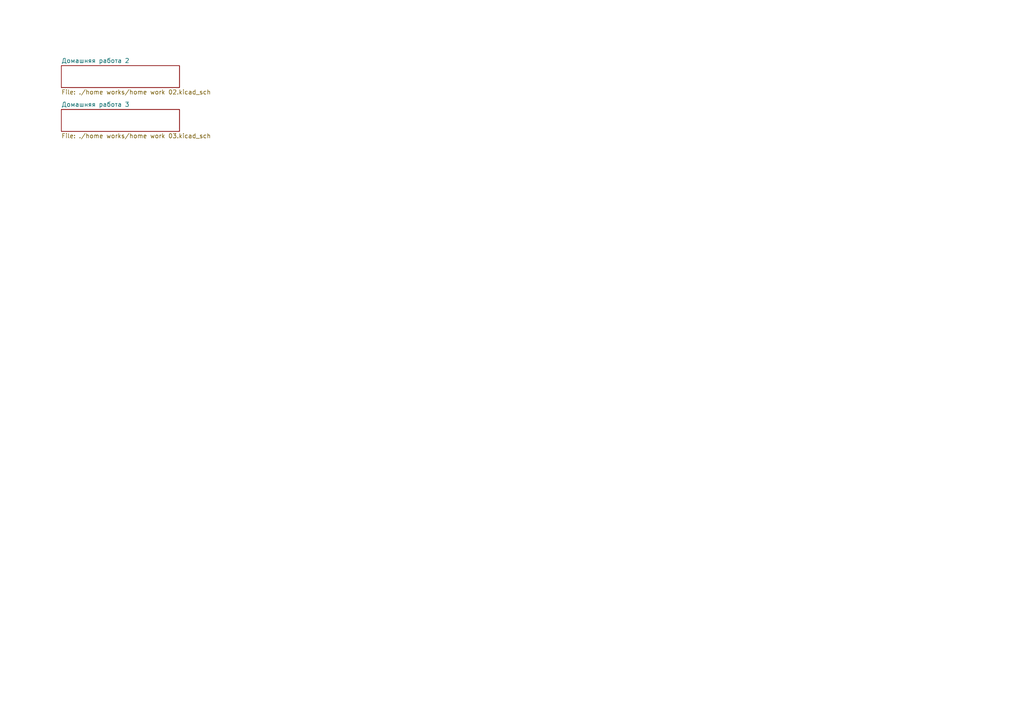
<source format=kicad_sch>
(kicad_sch
	(version 20231120)
	(generator "eeschema")
	(generator_version "8.0")
	(uuid "34d483ea-61c1-4e08-b30a-5dee616d4777")
	(paper "A4")
	(lib_symbols)
	(sheet
		(at 17.78 19.05)
		(size 34.29 6.35)
		(fields_autoplaced yes)
		(stroke
			(width 0.1524)
			(type solid)
		)
		(fill
			(color 0 0 0 0.0000)
		)
		(uuid "c73feff7-a444-4fc1-b029-86822a883591")
		(property "Sheetname" "Домашняя работа 2"
			(at 17.78 18.3384 0)
			(effects
				(font
					(size 1.27 1.27)
				)
				(justify left bottom)
			)
		)
		(property "Sheetfile" "./home works/home work 02.kicad_sch"
			(at 17.78 25.9846 0)
			(effects
				(font
					(size 1.27 1.27)
				)
				(justify left top)
			)
		)
		(instances
			(project "mipt"
				(path "/34d483ea-61c1-4e08-b30a-5dee616d4777"
					(page "2")
				)
			)
		)
	)
	(sheet
		(at 17.78 31.75)
		(size 34.29 6.35)
		(fields_autoplaced yes)
		(stroke
			(width 0.1524)
			(type solid)
		)
		(fill
			(color 0 0 0 0.0000)
		)
		(uuid "cfdf2a98-d53d-4979-9485-05dd773be1bb")
		(property "Sheetname" "Домашняя работа 3"
			(at 17.78 31.0384 0)
			(effects
				(font
					(size 1.27 1.27)
				)
				(justify left bottom)
			)
		)
		(property "Sheetfile" "./home works/home work 03.kicad_sch"
			(at 17.78 38.6846 0)
			(effects
				(font
					(size 1.27 1.27)
				)
				(justify left top)
			)
		)
		(instances
			(project "mipt"
				(path "/34d483ea-61c1-4e08-b30a-5dee616d4777"
					(page "3")
				)
			)
		)
	)
	(sheet_instances
		(path "/"
			(page "1")
		)
	)
)

</source>
